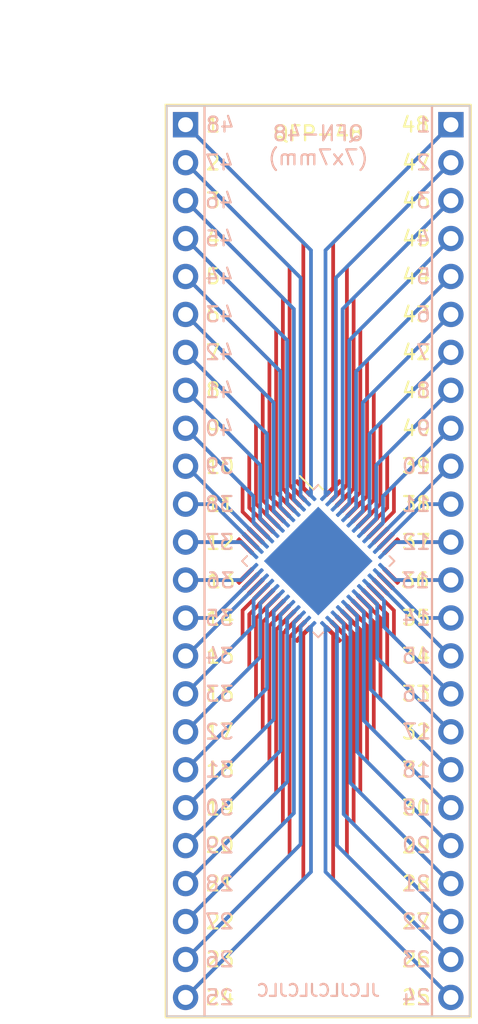
<source format=kicad_pcb>
(kicad_pcb (version 20221018) (generator pcbnew)
  (layers (0 "F.Cu" signal) (31 "B.Cu" signal) (34 "B.Paste" user) (35 "F.Paste" user) (36 "B.SilkS" user "B.Silkscreen") (37 "F.SilkS" user "F.Silkscreen") (38 "B.Mask" user) (39 "F.Mask" user) (44 "Edge.Cuts" user))
  (net 0 "")
  (net 1 "1")
  (net 2 "2")
  (net 3 "3")
  (net 4 "4")
  (net 5 "5")
  (net 6 "6")
  (net 7 "7")
  (net 8 "8")
  (net 9 "9")
  (net 10 "10")
  (net 11 "11")
  (net 12 "12")
  (net 13 "13")
  (net 14 "14")
  (net 15 "15")
  (net 16 "16")
  (net 17 "17")
  (net 18 "18")
  (net 19 "19")
  (net 20 "20")
  (net 21 "21")
  (net 22 "22")
  (net 23 "23")
  (net 24 "24")
  (net 25 "48")
  (net 26 "47")
  (net 27 "46")
  (net 28 "45")
  (net 29 "44")
  (net 30 "43")
  (net 31 "42")
  (net 32 "41")
  (net 33 "40")
  (net 34 "39")
  (net 35 "38")
  (net 36 "37")
  (net 37 "36")
  (net 38 "35")
  (net 39 "34")
  (net 40 "33")
  (net 41 "32")
  (net 42 "31")
  (net 43 "30")
  (net 44 "29")
  (net 45 "28")
  (net 46 "27")
  (net 47 "26")
  (net 48 "25")
  (footprint "Package_QFP:LQFP-48-1EP_7x7mm_P0.5mm_EP3.6x3.6mm" (layer "F.Cu") (at 99.06 55.88 -45)
    (fp_text reference "J3" hide)
    (fp_text value "Conn_02x24_Counter_Clockwise" hide)
    (fp_line (start -3.61 -3.61) (end -3.61 -3.16) (stroke (width 0.12)) (layer "F.SilkS"))
    (fp_line (start -3.61 -3.16) (end -4.9 -3.16) (stroke (width 0.12)) (layer "F.SilkS"))
    (fp_line (start -3.61 3.61) (end -3.61 3.16) (stroke (width 0.12)) (layer "F.SilkS"))
    (fp_line (start -3.16 -3.61) (end -3.61 -3.61) (stroke (width 0.12)) (layer "F.SilkS"))
    (fp_line (start -3.16 3.61) (end -3.61 3.61) (stroke (width 0.12)) (layer "F.SilkS"))
    (fp_line (start 3.16 -3.61) (end 3.61 -3.61) (stroke (width 0.12)) (layer "F.SilkS"))
    (fp_line (start 3.16 3.61) (end 3.61 3.61) (stroke (width 0.12)) (layer "F.SilkS"))
    (fp_line (start 3.61 -3.61) (end 3.61 -3.16) (stroke (width 0.12)) (layer "F.SilkS"))
    (fp_line (start 3.61 3.61) (end 3.61 3.16) (stroke (width 0.12)) (layer "F.SilkS"))
    (pad "1" smd roundrect (at -4.1625 -2.75 315) (size 1.475 0.3) (layers "F.Cu" "F.Paste" "F.Mask") (net 1 "1"))
    (pad "2" smd roundrect (at -4.1625 -2.25 315) (size 1.475 0.3) (layers "F.Cu" "F.Paste" "F.Mask") (net 2 "2"))
    (pad "3" smd roundrect (at -4.1625 -1.75 315) (size 1.475 0.3) (layers "F.Cu" "F.Paste" "F.Mask") (net 3 "3"))
    (pad "4" smd roundrect (at -4.1625 -1.25 315) (size 1.475 0.3) (layers "F.Cu" "F.Paste" "F.Mask") (net 4 "4"))
    (pad "5" smd roundrect (at -4.1625 -0.75 315) (size 1.475 0.3) (layers "F.Cu" "F.Paste" "F.Mask") (net 5 "5"))
    (pad "6" smd roundrect (at -4.1625 -0.25 315) (size 1.475 0.3) (layers "F.Cu" "F.Paste" "F.Mask") (net 6 "6"))
    (pad "7" smd roundrect (at -4.1625 0.25 315) (size 1.475 0.3) (layers "F.Cu" "F.Paste" "F.Mask") (net 7 "7"))
    (pad "8" smd roundrect (at -4.1625 0.75 315) (size 1.475 0.3) (layers "F.Cu" "F.Paste" "F.Mask") (net 8 "8"))
    (pad "9" smd roundrect (at -4.1625 1.25 315) (size 1.475 0.3) (layers "F.Cu" "F.Paste" "F.Mask") (net 9 "9"))
    (pad "10" smd roundrect (at -4.1625 1.75 315) (size 1.475 0.3) (layers "F.Cu" "F.Paste" "F.Mask") (net 10 "10"))
    (pad "11" smd roundrect (at -4.1625 2.25 315) (size 1.475 0.3) (layers "F.Cu" "F.Paste" "F.Mask") (net 11 "11"))
    (pad "12" smd roundrect (at -4.1625 2.75 315) (size 1.475 0.3) (layers "F.Cu" "F.Paste" "F.Mask") (net 12 "12"))
    (pad "13" smd roundrect (at -2.75 4.1625 315) (size 0.3 1.475) (layers "F.Cu" "F.Paste" "F.Mask") (net 13 "13"))
    (pad "14" smd roundrect (at -2.25 4.1625 315) (size 0.3 1.475) (layers "F.Cu" "F.Paste" "F.Mask") (net 14 "14"))
    (pad "15" smd roundrect (at -1.75 4.1625 315) (size 0.3 1.475) (layers "F.Cu" "F.Paste" "F.Mask") (net 15 "15"))
    (pad "16" smd roundrect (at -1.25 4.1625 315) (size 0.3 1.475) (layers "F.Cu" "F.Paste" "F.Mask") (net 16 "16"))
    (pad "17" smd roundrect (at -0.75 4.1625 315) (size 0.3 1.475) (layers "F.Cu" "F.Paste" "F.Mask") (net 17 "17"))
    (pad "18" smd roundrect (at -0.25 4.1625 315) (size 0.3 1.475) (layers "F.Cu" "F.Paste" "F.Mask") (net 18 "18"))
    (pad "19" smd roundrect (at 0.25 4.1625 315) (size 0.3 1.475) (layers "F.Cu" "F.Paste" "F.Mask") (net 19 "19"))
    (pad "20" smd roundrect (at 0.75 4.1625 315) (size 0.3 1.475) (layers "F.Cu" "F.Paste" "F.Mask") (net 20 "20"))
    (pad "21" smd roundrect (at 1.25 4.1625 315) (size 0.3 1.475) (layers "F.Cu" "F.Paste" "F.Mask") (net 21 "21"))
    (pad "22" smd roundrect (at 1.75 4.1625 315) (size 0.3 1.475) (layers "F.Cu" "F.Paste" "F.Mask") (net 22 "22"))
    (pad "23" smd roundrect (at 2.25 4.1625 315) (size 0.3 1.475) (layers "F.Cu" "F.Paste" "F.Mask") (net 23 "23"))
    (pad "24" smd roundrect (at 2.75 4.1625 315) (size 0.3 1.475) (layers "F.Cu" "F.Paste" "F.Mask") (net 24 "24"))
    (pad "25" smd roundrect (at 4.1625 2.75 315) (size 1.475 0.3) (layers "F.Cu" "F.Paste" "F.Mask") (net 48 "25"))
    (pad "26" smd roundrect (at 4.1625 2.25 315) (size 1.475 0.3) (layers "F.Cu" "F.Paste" "F.Mask") (net 47 "26"))
    (pad "27" smd roundrect (at 4.1625 1.75 315) (size 1.475 0.3) (layers "F.Cu" "F.Paste" "F.Mask") (net 46 "27"))
    (pad "28" smd roundrect (at 4.1625 1.25 315) (size 1.475 0.3) (layers "F.Cu" "F.Paste" "F.Mask") (net 45 "28"))
    (pad "29" smd roundrect (at 4.1625 0.75 315) (size 1.475 0.3) (layers "F.Cu" "F.Paste" "F.Mask") (net 44 "29"))
    (pad "30" smd roundrect (at 4.1625 0.25 315) (size 1.475 0.3) (layers "F.Cu" "F.Paste" "F.Mask") (net 43 "30"))
    (pad "31" smd roundrect (at 4.1625 -0.25 315) (size 1.475 0.3) (layers "F.Cu" "F.Paste" "F.Mask") (net 42 "31"))
    (pad "32" smd roundrect (at 4.1625 -0.75 315) (size 1.475 0.3) (layers "F.Cu" "F.Paste" "F.Mask") (net 41 "32"))
    (pad "33" smd roundrect (at 4.1625 -1.25 315) (size 1.475 0.3) (layers "F.Cu" "F.Paste" "F.Mask") (net 40 "33"))
    (pad "34" smd roundrect (at 4.1625 -1.75 315) (size 1.475 0.3) (layers "F.Cu" "F.Paste" "F.Mask") (net 39 "34"))
    (pad "35" smd roundrect (at 4.1625 -2.25 315) (size 1.475 0.3) (layers "F.Cu" "F.Paste" "F.Mask") (net 38 "35"))
    (pad "36" smd roundrect (at 4.1625 -2.75 315) (size 1.475 0.3) (layers "F.Cu" "F.Paste" "F.Mask") (net 37 "36"))
    (pad "37" smd roundrect (at 2.75 -4.1625 315) (size 0.3 1.475) (layers "F.Cu" "F.Paste" "F.Mask") (net 36 "37"))
    (pad "38" smd roundrect (at 2.25 -4.1625 315) (size 0.3 1.475) (layers "F.Cu" "F.Paste" "F.Mask") (net 35 "38"))
    (pad "39" smd roundrect (at 1.75 -4.1625 315) (size 0.3 1.475) (layers "F.Cu" "F.Paste" "F.Mask") (net 34 "39"))
    (pad "40" smd roundrect (at 1.25 -4.1625 315) (size 0.3 1.475) (layers "F.Cu" "F.Paste" "F.Mask") (net 33 "40"))
    (pad "41" smd roundrect (at 0.75 -4.1625 315) (size 0.3 1.475) (layers "F.Cu" "F.Paste" "F.Mask") (net 32 "41"))
    (pad "42" smd roundrect (at 0.25 -4.1625 315) (size 0.3 1.475) (layers "F.Cu" "F.Paste" "F.Mask") (net 31 "42"))
    (pad "43" smd roundrect (at -0.25 -4.1625 315) (size 0.3 1.475) (layers "F.Cu" "F.Paste" "F.Mask") (net 30 "43"))
    (pad "44" smd roundrect (at -0.75 -4.1625 315) (size 0.3 1.475) (layers "F.Cu" "F.Paste" "F.Mask") (net 29 "44"))
    (pad "45" smd roundrect (at -1.25 -4.1625 315) (size 0.3 1.475) (layers "F.Cu" "F.Paste" "F.Mask") (net 28 "45"))
    (pad "46" smd roundrect (at -1.75 -4.1625 315) (size 0.3 1.475) (layers "F.Cu" "F.Paste" "F.Mask") (net 27 "46"))
    (pad "47" smd roundrect (at -2.25 -4.1625 315) (size 0.3 1.475) (layers "F.Cu" "F.Paste" "F.Mask") (net 26 "47"))
    (pad "48" smd roundrect (at -2.75 -4.1625 315) (size 0.3 1.475) (layers "F.Cu" "F.Paste" "F.Mask") (net 25 "48"))
    (pad "49" smd rect (at 0 0 315) (size 3.6 3.6) (layers "F.Cu" "F.Mask"))
  )
  (footprint "Custom:PinHeader_1x24_P2.54mm_Vertical_no_silk" (layer "F.Cu") (at 90.17 26.67)
    (fp_text reference "J1" hide)
    (fp_text value "Conn_01x24" hide)
    (pad "1" thru_hole rect (at 0 0) (size 1.7 1.7) (drill 1) (layers "*.Cu" "*.Mask") (net 1 "1"))
    (pad "2" thru_hole oval (at 0 2.54) (size 1.7 1.7) (drill 1) (layers "*.Cu" "*.Mask") (net 2 "2"))
    (pad "3" thru_hole oval (at 0 5.08) (size 1.7 1.7) (drill 1) (layers "*.Cu" "*.Mask") (net 3 "3"))
    (pad "4" thru_hole oval (at 0 7.62) (size 1.7 1.7) (drill 1) (layers "*.Cu" "*.Mask") (net 4 "4"))
    (pad "5" thru_hole oval (at 0 10.16) (size 1.7 1.7) (drill 1) (layers "*.Cu" "*.Mask") (net 5 "5"))
    (pad "6" thru_hole oval (at 0 12.7) (size 1.7 1.7) (drill 1) (layers "*.Cu" "*.Mask") (net 6 "6"))
    (pad "7" thru_hole oval (at 0 15.24) (size 1.7 1.7) (drill 1) (layers "*.Cu" "*.Mask") (net 7 "7"))
    (pad "8" thru_hole oval (at 0 17.78) (size 1.7 1.7) (drill 1) (layers "*.Cu" "*.Mask") (net 8 "8"))
    (pad "9" thru_hole oval (at 0 20.32) (size 1.7 1.7) (drill 1) (layers "*.Cu" "*.Mask") (net 9 "9"))
    (pad "10" thru_hole oval (at 0 22.86) (size 1.7 1.7) (drill 1) (layers "*.Cu" "*.Mask") (net 10 "10"))
    (pad "11" thru_hole oval (at 0 25.4) (size 1.7 1.7) (drill 1) (layers "*.Cu" "*.Mask") (net 11 "11"))
    (pad "12" thru_hole oval (at 0 27.94) (size 1.7 1.7) (drill 1) (layers "*.Cu" "*.Mask") (net 12 "12"))
    (pad "13" thru_hole oval (at 0 30.48) (size 1.7 1.7) (drill 1) (layers "*.Cu" "*.Mask") (net 13 "13"))
    (pad "14" thru_hole oval (at 0 33.02) (size 1.7 1.7) (drill 1) (layers "*.Cu" "*.Mask") (net 14 "14"))
    (pad "15" thru_hole oval (at 0 35.56) (size 1.7 1.7) (drill 1) (layers "*.Cu" "*.Mask") (net 15 "15"))
    (pad "16" thru_hole oval (at 0 38.1) (size 1.7 1.7) (drill 1) (layers "*.Cu" "*.Mask") (net 16 "16"))
    (pad "17" thru_hole oval (at 0 40.64) (size 1.7 1.7) (drill 1) (layers "*.Cu" "*.Mask") (net 17 "17"))
    (pad "18" thru_hole oval (at 0 43.18) (size 1.7 1.7) (drill 1) (layers "*.Cu" "*.Mask") (net 18 "18"))
    (pad "19" thru_hole oval (at 0 45.72) (size 1.7 1.7) (drill 1) (layers "*.Cu" "*.Mask") (net 19 "19"))
    (pad "20" thru_hole oval (at 0 48.26) (size 1.7 1.7) (drill 1) (layers "*.Cu" "*.Mask") (net 20 "20"))
    (pad "21" thru_hole oval (at 0 50.8) (size 1.7 1.7) (drill 1) (layers "*.Cu" "*.Mask") (net 21 "21"))
    (pad "22" thru_hole oval (at 0 53.34) (size 1.7 1.7) (drill 1) (layers "*.Cu" "*.Mask") (net 22 "22"))
    (pad "23" thru_hole oval (at 0 55.88) (size 1.7 1.7) (drill 1) (layers "*.Cu" "*.Mask") (net 23 "23"))
    (pad "24" thru_hole oval (at 0 58.42) (size 1.7 1.7) (drill 1) (layers "*.Cu" "*.Mask") (net 24 "24"))
  )
  (footprint "Custom:PinHeader_1x24_P2.54mm_Vertical_no_silk" (layer "F.Cu") (at 107.95 26.67)
    (fp_text reference "J2" hide)
    (fp_text value "Conn_01x24" hide)
    (pad "1" thru_hole rect (at 0 0) (size 1.7 1.7) (drill 1) (layers "*.Cu" "*.Mask") (net 25 "48"))
    (pad "2" thru_hole oval (at 0 2.54) (size 1.7 1.7) (drill 1) (layers "*.Cu" "*.Mask") (net 26 "47"))
    (pad "3" thru_hole oval (at 0 5.08) (size 1.7 1.7) (drill 1) (layers "*.Cu" "*.Mask") (net 27 "46"))
    (pad "4" thru_hole oval (at 0 7.62) (size 1.7 1.7) (drill 1) (layers "*.Cu" "*.Mask") (net 28 "45"))
    (pad "5" thru_hole oval (at 0 10.16) (size 1.7 1.7) (drill 1) (layers "*.Cu" "*.Mask") (net 29 "44"))
    (pad "6" thru_hole oval (at 0 12.7) (size 1.7 1.7) (drill 1) (layers "*.Cu" "*.Mask") (net 30 "43"))
    (pad "7" thru_hole oval (at 0 15.24) (size 1.7 1.7) (drill 1) (layers "*.Cu" "*.Mask") (net 31 "42"))
    (pad "8" thru_hole oval (at 0 17.78) (size 1.7 1.7) (drill 1) (layers "*.Cu" "*.Mask") (net 32 "41"))
    (pad "9" thru_hole oval (at 0 20.32) (size 1.7 1.7) (drill 1) (layers "*.Cu" "*.Mask") (net 33 "40"))
    (pad "10" thru_hole oval (at 0 22.86) (size 1.7 1.7) (drill 1) (layers "*.Cu" "*.Mask") (net 34 "39"))
    (pad "11" thru_hole oval (at 0 25.4) (size 1.7 1.7) (drill 1) (layers "*.Cu" "*.Mask") (net 35 "38"))
    (pad "12" thru_hole oval (at 0 27.94) (size 1.7 1.7) (drill 1) (layers "*.Cu" "*.Mask") (net 36 "37"))
    (pad "13" thru_hole oval (at 0 30.48) (size 1.7 1.7) (drill 1) (layers "*.Cu" "*.Mask") (net 37 "36"))
    (pad "14" thru_hole oval (at 0 33.02) (size 1.7 1.7) (drill 1) (layers "*.Cu" "*.Mask") (net 38 "35"))
    (pad "15" thru_hole oval (at 0 35.56) (size 1.7 1.7) (drill 1) (layers "*.Cu" "*.Mask") (net 39 "34"))
    (pad "16" thru_hole oval (at 0 38.1) (size 1.7 1.7) (drill 1) (layers "*.Cu" "*.Mask") (net 40 "33"))
    (pad "17" thru_hole oval (at 0 40.64) (size 1.7 1.7) (drill 1) (layers "*.Cu" "*.Mask") (net 41 "32"))
    (pad "18" thru_hole oval (at 0 43.18) (size 1.7 1.7) (drill 1) (layers "*.Cu" "*.Mask") (net 42 "31"))
    (pad "19" thru_hole oval (at 0 45.72) (size 1.7 1.7) (drill 1) (layers "*.Cu" "*.Mask") (net 43 "30"))
    (pad "20" thru_hole oval (at 0 48.26) (size 1.7 1.7) (drill 1) (layers "*.Cu" "*.Mask") (net 44 "29"))
    (pad "21" thru_hole oval (at 0 50.8) (size 1.7 1.7) (drill 1) (layers "*.Cu" "*.Mask") (net 45 "28"))
    (pad "22" thru_hole oval (at 0 53.34) (size 1.7 1.7) (drill 1) (layers "*.Cu" "*.Mask") (net 46 "27"))
    (pad "23" thru_hole oval (at 0 55.88) (size 1.7 1.7) (drill 1) (layers "*.Cu" "*.Mask") (net 47 "26"))
    (pad "24" thru_hole oval (at 0 58.42) (size 1.7 1.7) (drill 1) (layers "*.Cu" "*.Mask") (net 48 "25"))
  )
  (footprint "Package_DFN_QFN:QFN-48-1EP_7x7mm_P0.5mm_EP5.15x5.15mm" (layer "B.Cu") (at 99.06 55.88 -135)
    (fp_text reference "J4" hide)
    (fp_text value "Conn_02x24_Counter_Clockwise" hide)
    (fp_line (start -3.61 -3.61) (end -3.61 -3.135) (stroke (width 0.12)) (layer "B.SilkS"))
    (fp_line (start -3.135 -3.61) (end -3.61 -3.61) (stroke (width 0.12)) (layer "B.SilkS"))
    (fp_line (start -3.135 3.61) (end -3.61 3.61) (stroke (width 0.12)) (layer "B.SilkS"))
    (fp_line (start 3.135 -3.61) (end 3.61 -3.61) (stroke (width 0.12)) (layer "B.SilkS"))
    (fp_line (start 3.135 3.61) (end 3.61 3.61) (stroke (width 0.12)) (layer "B.SilkS"))
    (fp_line (start 3.61 -3.61) (end 3.61 -3.135) (stroke (width 0.12)) (layer "B.SilkS"))
    (fp_line (start 3.61 3.61) (end 3.61 3.135) (stroke (width 0.12)) (layer "B.SilkS"))
    (pad "1" smd roundrect (at -3.4375 2.75 225) (size 0.875 0.25) (layers "B.Cu" "B.Paste" "B.Mask") (net 25 "48"))
    (pad "2" smd roundrect (at -3.4375 2.25 225) (size 0.875 0.25) (layers "B.Cu" "B.Paste" "B.Mask") (net 26 "47"))
    (pad "3" smd roundrect (at -3.4375 1.75 225) (size 0.875 0.25) (layers "B.Cu" "B.Paste" "B.Mask") (net 27 "46"))
    (pad "4" smd roundrect (at -3.4375 1.25 225) (size 0.875 0.25) (layers "B.Cu" "B.Paste" "B.Mask") (net 28 "45"))
    (pad "5" smd roundrect (at -3.4375 0.75 225) (size 0.875 0.25) (layers "B.Cu" "B.Paste" "B.Mask") (net 29 "44"))
    (pad "6" smd roundrect (at -3.4375 0.25 225) (size 0.875 0.25) (layers "B.Cu" "B.Paste" "B.Mask") (net 30 "43"))
    (pad "7" smd roundrect (at -3.4375 -0.25 225) (size 0.875 0.25) (layers "B.Cu" "B.Paste" "B.Mask") (net 31 "42"))
    (pad "8" smd roundrect (at -3.4375 -0.75 225) (size 0.875 0.25) (layers "B.Cu" "B.Paste" "B.Mask") (net 32 "41"))
    (pad "9" smd roundrect (at -3.4375 -1.25 225) (size 0.875 0.25) (layers "B.Cu" "B.Paste" "B.Mask") (net 33 "40"))
    (pad "10" smd roundrect (at -3.4375 -1.75 225) (size 0.875 0.25) (layers "B.Cu" "B.Paste" "B.Mask") (net 34 "39"))
    (pad "11" smd roundrect (at -3.4375 -2.25 225) (size 0.875 0.25) (layers "B.Cu" "B.Paste" "B.Mask") (net 35 "38"))
    (pad "12" smd roundrect (at -3.4375 -2.75 225) (size 0.875 0.25) (layers "B.Cu" "B.Paste" "B.Mask") (net 36 "37"))
    (pad "13" smd roundrect (at -2.75 -3.4375 225) (size 0.25 0.875) (layers "B.Cu" "B.Paste" "B.Mask") (net 37 "36"))
    (pad "14" smd roundrect (at -2.25 -3.4375 225) (size 0.25 0.875) (layers "B.Cu" "B.Paste" "B.Mask") (net 38 "35"))
    (pad "15" smd roundrect (at -1.75 -3.4375 225) (size 0.25 0.875) (layers "B.Cu" "B.Paste" "B.Mask") (net 39 "34"))
    (pad "16" smd roundrect (at -1.25 -3.4375 225) (size 0.25 0.875) (layers "B.Cu" "B.Paste" "B.Mask") (net 40 "33"))
    (pad "17" smd roundrect (at -0.75 -3.4375 225) (size 0.25 0.875) (layers "B.Cu" "B.Paste" "B.Mask") (net 41 "32"))
    (pad "18" smd roundrect (at -0.25 -3.4375 225) (size 0.25 0.875) (layers "B.Cu" "B.Paste" "B.Mask") (net 42 "31"))
    (pad "19" smd roundrect (at 0.25 -3.4375 225) (size 0.25 0.875) (layers "B.Cu" "B.Paste" "B.Mask") (net 43 "30"))
    (pad "20" smd roundrect (at 0.75 -3.4375 225) (size 0.25 0.875) (layers "B.Cu" "B.Paste" "B.Mask") (net 44 "29"))
    (pad "21" smd roundrect (at 1.25 -3.4375 225) (size 0.25 0.875) (layers "B.Cu" "B.Paste" "B.Mask") (net 45 "28"))
    (pad "22" smd roundrect (at 1.75 -3.4375 225) (size 0.25 0.875) (layers "B.Cu" "B.Paste" "B.Mask") (net 46 "27"))
    (pad "23" smd roundrect (at 2.25 -3.4375 225) (size 0.25 0.875) (layers "B.Cu" "B.Paste" "B.Mask") (net 47 "26"))
    (pad "24" smd roundrect (at 2.75 -3.4375 225) (size 0.25 0.875) (layers "B.Cu" "B.Paste" "B.Mask") (net 48 "25"))
    (pad "25" smd roundrect (at 3.4375 -2.75 225) (size 0.875 0.25) (layers "B.Cu" "B.Paste" "B.Mask") (net 24 "24"))
    (pad "26" smd roundrect (at 3.4375 -2.25 225) (size 0.875 0.25) (layers "B.Cu" "B.Paste" "B.Mask") (net 23 "23"))
    (pad "27" smd roundrect (at 3.4375 -1.75 225) (size 0.875 0.25) (layers "B.Cu" "B.Paste" "B.Mask") (net 22 "22"))
    (pad "28" smd roundrect (at 3.4375 -1.25 225) (size 0.875 0.25) (layers "B.Cu" "B.Paste" "B.Mask") (net 21 "21"))
    (pad "29" smd roundrect (at 3.4375 -0.75 225) (size 0.875 0.25) (layers "B.Cu" "B.Paste" "B.Mask") (net 20 "20"))
    (pad "30" smd roundrect (at 3.4375 -0.25 225) (size 0.875 0.25) (layers "B.Cu" "B.Paste" "B.Mask") (net 19 "19"))
    (pad "31" smd roundrect (at 3.4375 0.25 225) (size 0.875 0.25) (layers "B.Cu" "B.Paste" "B.Mask") (net 18 "18"))
    (pad "32" smd roundrect (at 3.4375 0.75 225) (size 0.875 0.25) (layers "B.Cu" "B.Paste" "B.Mask") (net 17 "17"))
    (pad "33" smd roundrect (at 3.4375 1.25 225) (size 0.875 0.25) (layers "B.Cu" "B.Paste" "B.Mask") (net 16 "16"))
    (pad "34" smd roundrect (at 3.4375 1.75 225) (size 0.875 0.25) (layers "B.Cu" "B.Paste" "B.Mask") (net 15 "15"))
    (pad "35" smd roundrect (at 3.4375 2.25 225) (size 0.875 0.25) (layers "B.Cu" "B.Paste" "B.Mask") (net 14 "14"))
    (pad "36" smd roundrect (at 3.4375 2.75 225) (size 0.875 0.25) (layers "B.Cu" "B.Paste" "B.Mask") (net 13 "13"))
    (pad "37" smd roundrect (at 2.75 3.4375 225) (size 0.25 0.875) (layers "B.Cu" "B.Paste" "B.Mask") (net 12 "12"))
    (pad "38" smd roundrect (at 2.25 3.4375 225) (size 0.25 0.875) (layers "B.Cu" "B.Paste" "B.Mask") (net 11 "11"))
    (pad "39" smd roundrect (at 1.75 3.4375 225) (size 0.25 0.875) (layers "B.Cu" "B.Paste" "B.Mask") (net 10 "10"))
    (pad "40" smd roundrect (at 1.25 3.4375 225) (size 0.25 0.875) (layers "B.Cu" "B.Paste" "B.Mask") (net 9 "9"))
    (pad "41" smd roundrect (at 0.75 3.4375 225) (size 0.25 0.875) (layers "B.Cu" "B.Paste" "B.Mask") (net 8 "8"))
    (pad "42" smd roundrect (at 0.25 3.4375 225) (size 0.25 0.875) (layers "B.Cu" "B.Paste" "B.Mask") (net 7 "7"))
    (pad "43" smd roundrect (at -0.25 3.4375 225) (size 0.25 0.875) (layers "B.Cu" "B.Paste" "B.Mask") (net 6 "6"))
    (pad "44" smd roundrect (at -0.75 3.4375 225) (size 0.25 0.875) (layers "B.Cu" "B.Paste" "B.Mask") (net 5 "5"))
    (pad "45" smd roundrect (at -1.25 3.4375 225) (size 0.25 0.875) (layers "B.Cu" "B.Paste" "B.Mask") (net 4 "4"))
    (pad "46" smd roundrect (at -1.75 3.4375 225) (size 0.25 0.875) (layers "B.Cu" "B.Paste" "B.Mask") (net 3 "3"))
    (pad "47" smd roundrect (at -2.25 3.4375 225) (size 0.25 0.875) (layers "B.Cu" "B.Paste" "B.Mask") (net 2 "2"))
    (pad "48" smd roundrect (at -2.75 3.4375 225) (size 0.25 0.875) (layers "B.Cu" "B.Paste" "B.Mask") (net 1 "1"))
    (pad "49" smd rect (at 0 0 225) (size 5.15 5.15) (layers "B.Cu" "B.Mask"))
  )
  (gr_rect (start 88.9 25.4) (end 109.22 86.36) (stroke (width 0.15)) (fill none) (layer "B.SilkS"))
  (gr_line (start 91.44 25.4) (end 91.44 86.36) (stroke (width 0.15)) (layer "B.SilkS"))
  (gr_line (start 106.68 25.4) (end 106.68 86.36) (stroke (width 0.15)) (layer "B.SilkS"))
  (gr_line (start 91.44 25.4) (end 91.44 86.36) (stroke (width 0.15)) (layer "F.SilkS"))
  (gr_line (start 106.68 25.4) (end 106.68 86.36) (stroke (width 0.15)) (layer "F.SilkS"))
  (gr_rect (start 88.84 25.34) (end 109.28 86.42) (stroke (width 0.15)) (fill none) (layer "F.SilkS"))
  (gr_rect (start 88.9 25.4) (end 109.22 86.36) (stroke (width 0.1)) (fill none) (layer "Edge.Cuts"))
  (gr_text "48" (at 91.44 26.67) (layer "B.SilkS") (effects (font (size 1 1)) (justify right mirror)))
  (gr_text "15" (at 106.68 62.23) (layer "B.SilkS") (effects (font (size 1 1)) (justify left mirror)))
  (gr_text "11" (at 106.68 52.07) (layer "B.SilkS") (effects (font (size 1 1)) (justify left mirror)))
  (gr_text "23" (at 106.68 82.55) (layer "B.SilkS") (effects (font (size 1 1)) (justify left mirror)))
  (gr_text "22" (at 106.68 80.01) (layer "B.SilkS") (effects (font (size 1 1)) (justify left mirror)))
  (gr_text "21" (at 106.68 77.47) (layer "B.SilkS") (effects (font (size 1 1)) (justify left mirror)))
  (gr_text "8" (at 106.68 44.45) (layer "B.SilkS") (effects (font (size 1 1)) (justify left mirror)))
  (gr_text "18" (at 106.68 69.85) (layer "B.SilkS") (effects (font (size 1 1)) (justify left mirror)))
  (gr_text "46" (at 91.38 31.75) (layer "B.SilkS") (effects (font (size 1 1)) (justify right mirror)))
  (gr_text "24" (at 106.68 85.09) (layer "B.SilkS") (effects (font (size 1 1)) (justify left mirror)))
  (gr_text "25" (at 91.38 85.09) (layer "B.SilkS") (effects (font (size 1 1)) (justify right mirror)))
  (gr_text "4" (at 106.68 34.29) (layer "B.SilkS") (effects (font (size 1 1)) (justify left mirror)))
  (gr_text "5" (at 106.68 36.83) (layer "B.SilkS") (effects (font (size 1 1)) (justify left mirror)))
  (gr_text "14" (at 106.68 59.69) (layer "B.SilkS") (effects (font (size 1 1)) (justify left mirror)))
  (gr_text "34" (at 91.38 62.23) (layer "B.SilkS") (effects (font (size 1 1)) (justify right mirror)))
  (gr_text "JLCJLCJLCJLC" (at 99.06 85.09) (layer "B.SilkS") (effects (font (size 0.8 0.8)) (justify bottom mirror)))
  (gr_text "26" (at 91.38 82.55) (layer "B.SilkS") (effects (font (size 1 1)) (justify right mirror)))
  (gr_text "36" (at 91.44 57.18) (layer "B.SilkS") (effects (font (size 1 1)) (justify right mirror)))
  (gr_text "47" (at 91.38 29.21) (layer "B.SilkS") (effects (font (size 1 1)) (justify right mirror)))
  (gr_text "10" (at 106.68 49.53) (layer "B.SilkS") (effects (font (size 1 1)) (justify left mirror)))
  (gr_text "19" (at 106.68 72.39) (layer "B.SilkS") (effects (font (size 1 1)) (justify left mirror)))
  (gr_text "35" (at 91.38 59.69) (layer "B.SilkS") (effects (font (size 1 1)) (justify right mirror)))
  (gr_text "38" (at 91.38 52.07) (layer "B.SilkS") (effects (font (size 1 1)) (justify right mirror)))
  (gr_text "12" (at 106.68 54.61) (layer "B.SilkS") (effects (font (size 1 1)) (justify left mirror)))
  (gr_text "16" (at 106.68 64.77) (layer "B.SilkS") (effects (font (size 1 1)) (justify left mirror)))
  (gr_text "2" (at 106.68 29.21) (layer "B.SilkS") (effects (font (size 1 1)) (justify left mirror)))
  (gr_text "39" (at 91.38 49.53) (layer "B.SilkS") (effects (font (size 1 1)) (justify right mirror)))
  (gr_text "31" (at 91.38 69.85) (layer "B.SilkS") (effects (font (size 1 1)) (justify right mirror)))
  (gr_text "40" (at 91.38 46.99) (layer "B.SilkS") (effects (font (size 1 1)) (justify right mirror)))
  (gr_text "28" (at 91.38 77.47) (layer "B.SilkS") (effects (font (size 1 1)) (justify right mirror)))
  (gr_text "43" (at 91.38 39.37) (layer "B.SilkS") (effects (font (size 1 1)) (justify right mirror)))
  (gr_text "42" (at 91.38 41.91) (layer "B.SilkS") (effects (font (size 1 1)) (justify right mirror)))
  (gr_text "1" (at 106.68 26.67) (layer "B.SilkS") (effects (font (size 1 1)) (justify left mirror)))
  (gr_text "30" (at 91.38 72.39) (layer "B.SilkS") (effects (font (size 1 1)) (justify right mirror)))
  (gr_text "17" (at 106.725163 67.292019) (layer "B.SilkS") (effects (font (size 1 1)) (justify left mirror)))
  (gr_text "QFN-48\n(7x7mm)" (at 99.06 26.67) (layer "B.SilkS") (effects (font (size 1 1)) (justify top mirror)))
  (gr_text "7" (at 106.68 41.91) (layer "B.SilkS") (effects (font (size 1 1)) (justify left mirror)))
  (gr_text "29" (at 91.38 74.93) (layer "B.SilkS") (effects (font (size 1 1)) (justify right mirror)))
  (gr_text "44" (at 91.38 36.83) (layer "B.SilkS") (effects (font (size 1 1)) (justify right mirror)))
  (gr_text "3" (at 106.68 31.75) (layer "B.SilkS") (effects (font (size 1 1)) (justify left mirror)))
  (gr_text "45" (at 91.38 34.29) (layer "B.SilkS") (effects (font (size 1 1)) (justify right mirror)))
  (gr_text "6" (at 106.68 39.37) (layer "B.SilkS") (effects (font (size 1 1)) (justify left mirror)))
  (gr_text "32" (at 91.38 67.31) (layer "B.SilkS") (effects (font (size 1 1)) (justify right mirror)))
  (gr_text "41" (at 91.38 44.45) (layer "B.SilkS") (effects (font (size 1 1)) (justify right mirror)))
  (gr_text "9" (at 106.68 46.99) (layer "B.SilkS") (effects (font (size 1 1)) (justify left mirror)))
  (gr_text "37" (at 91.38 54.61) (layer "B.SilkS") (effects (font (size 1 1)) (justify right mirror)))
  (gr_text "13" (at 106.62 57.18) (layer "B.SilkS") (effects (font (size 1 1)) (justify left mirror)))
  (gr_text "27" (at 91.38 80.01) (layer "B.SilkS") (effects (font (size 1 1)) (justify right mirror)))
  (gr_text "33" (at 91.38 64.77) (layer "B.SilkS") (effects (font (size 1 1)) (justify right mirror)))
  (gr_text "20" (at 106.689594 74.894935) (layer "B.SilkS") (effects (font (size 1 1)) (justify left mirror)))
  (gr_text "20" (at 91.430406 74.894935) (layer "F.SilkS") (effects (font (size 1 1)) (justify left)))
  (gr_text "44" (at 106.68 36.83) (layer "F.SilkS") (effects (font (size 1 1)) (justify right)))
  (gr_text "21" (at 91.44 77.47) (layer "F.SilkS") (effects (font (size 1 1)) (justify left)))
  (gr_text "15" (at 91.44 62.23) (layer "F.SilkS") (effects (font (size 1 1)) (justify left)))
  (gr_text "18" (at 91.44 69.85) (layer "F.SilkS") (effects (font (size 1 1)) (justify left)))
  (gr_text "37" (at 106.68 54.61) (layer "F.SilkS") (effects (font (size 1 1)) (justify right)))
  (gr_text "24" (at 91.44 85.09) (layer "F.SilkS") (effects (font (size 1 1)) (justify left)))
  (gr_text "13" (at 91.5 57.18) (layer "F.SilkS") (effects (font (size 1 1)) (justify left)))
  (gr_text "47" (at 106.68 29.21) (layer "F.SilkS") (effects (font (size 1 1)) (justify right)))
  (gr_text "31" (at 106.68 69.85) (layer "F.SilkS") (effects (font (size 1 1)) (justify right)))
  (gr_text "1" (at 91.44 26.67) (layer "F.SilkS") (effects (font (size 1 1)) (justify left)))
  (gr_text "14" (at 91.44 59.69) (layer "F.SilkS") (effects (font (size 1 1)) (justify left)))
  (gr_text "34" (at 106.68 62.23) (layer "F.SilkS") (effects (font (size 1 1)) (justify right)))
  (gr_text "28" (at 106.68 77.47) (layer "F.SilkS") (effects (font (size 1 1)) (justify right)))
  (gr_text "42" (at 106.68 41.91) (layer "F.SilkS") (effects (font (size 1 1)) (justify right)))
  (gr_text "33" (at 106.68 64.77) (layer "F.SilkS") (effects (font (size 1 1)) (justify right)))
  (gr_text "16" (at 91.44 64.77) (layer "F.SilkS") (effects (font (size 1 1)) (justify left)))
  (gr_text "48" (at 106.62 26.67) (layer "F.SilkS") (effects (font (size 1 1)) (justify right)))
  (gr_text "43" (at 106.68 39.37) (layer "F.SilkS") (effects (font (size 1 1)) (justify right)))
  (gr_text "27" (at 106.68 80.01) (layer "F.SilkS") (effects (font (size 1 1)) (justify right)))
  (gr_text "12" (at 91.44 54.61) (layer "F.SilkS") (effects (font (size 1 1)) (justify left)))
  (gr_text "39" (at 106.68 49.53) (layer "F.SilkS") (effects (font (size 1 1)) (justify right)))
  (gr_text "22" (at 91.44 80.01) (layer "F.SilkS") (effects (font (size 1 1)) (justify left)))
  (gr_text "26" (at 106.68 82.55) (layer "F.SilkS") (effects (font (size 1 1)) (justify right)))
  (gr_text "2" (at 91.44 29.21) (layer "F.SilkS") (effects (font (size 1 1)) (justify left)))
  (gr_text "QFP-48" (at 99.06 26.67) (layer "F.SilkS") (effects (font (size 1 1)) (justify top)))
  (gr_text "45" (at 106.68 34.29) (layer "F.SilkS") (effects (font (size 1 1)) (justify right)))
  (gr_text "10" (at 91.44 49.53) (layer "F.SilkS") (effects (font (size 1 1)) (justify left)))
  (gr_text "17" (at 91.394837 67.292019) (layer "F.SilkS") (effects (font (size 1 1)) (justify left)))
  (gr_text "40" (at 106.68 46.99) (layer "F.SilkS") (effects (font (size 1 1)) (justify right)))
  (gr_text "41" (at 106.68 44.45) (layer "F.SilkS") (effects (font (size 1 1)) (justify right)))
  (gr_text "5" (at 91.44 36.83) (layer "F.SilkS") (effects (font (size 1 1)) (justify left)))
  (gr_text "11" (at 91.44 52.07) (layer "F.SilkS") (effects (font (size 1 1)) (justify left)))
  (gr_text "7" (at 91.44 41.91) (layer "F.SilkS") (effects (font (size 1 1)) (justify left)))
  (gr_text "46" (at 106.68 31.75) (layer "F.SilkS") (effects (font (size 1 1)) (justify right)))
  (gr_text "38" (at 106.68 52.07) (layer "F.SilkS") (effects (font (size 1 1)) (justify right)))
  (gr_text "4" (at 91.44 34.29) (layer "F.SilkS") (effects (font (size 1 1)) (justify left)))
  (gr_text "29" (at 106.68 74.93) (layer "F.SilkS") (effects (font (size 1 1)) (justify right)))
  (gr_text "6" (at 91.44 39.37) (layer "F.SilkS") (effects (font (size 1 1)) (justify left)))
  (gr_text "32" (at 106.68 67.31) (layer "F.SilkS") (effects (font (size 1 1)) (justify right)))
  (gr_text "30" (at 106.68 72.39) (layer "F.SilkS") (effects (font (size 1 1)) (justify right)))
  (gr_text "3" (at 91.44 31.75) (layer "F.SilkS") (effects (font (size 1 1)) (justify left)))
  (gr_text "9" (at 91.44 46.99) (layer "F.SilkS") (effects (font (size 1 1)) (justify left)))
  (gr_text "23" (at 91.44 82.55) (layer "F.SilkS") (effects (font (size 1 1)) (justify left)))
  (gr_text "8" (at 91.44 44.45) (layer "F.SilkS") (effects (font (size 1 1)) (justify left)))
  (gr_text "36" (at 106.62 57.18) (layer "F.SilkS") (effects (font (size 1 1)) (justify right)))
  (gr_text "35" (at 106.68 59.69) (layer "F.SilkS") (effects (font (size 1 1)) (justify right)))
  (gr_text "19" (at 91.44 72.39) (layer "F.SilkS") (effects (font (size 1 1)) (justify left)))
  (gr_text "25" (at 106.68 85.09) (layer "F.SilkS") (effects (font (size 1 1)) (justify right)))
  (segment (start 98.061212 50.992124) (end 98.061212 34.561212) (width 0.25) (layer "F.Cu") (net 1))
  (segment (start 98.061212 34.561212) (end 90.17 26.67) (width 0.25) (layer "F.Cu") (net 1))
  (segment (start 98.573864 51.504777) (end 98.573864 35.073864) (width 0.25) (layer "B.Cu") (net 1))
  (segment (start 98.573864 35.073864) (end 90.17 26.67) (width 0.25) (layer "B.Cu") (net 1))
  (segment (start 97.139721 50.777741) (end 97.139721 36.179721) (width 0.25) (layer "F.Cu") (net 2))
  (segment (start 97.139721 36.179721) (end 90.17 29.21) (width 0.25) (layer "F.Cu") (net 2))
  (segment (start 97.707658 51.345678) (end 97.139721 50.777741) (width 0.25) (layer "F.Cu") (net 2))
  (segment (start 97.877005 36.917005) (end 90.17 29.21) (width 0.25) (layer "B.Cu") (net 2))
  (segment (start 97.877005 51.515024) (end 97.877005 36.917005) (width 0.25) (layer "B.Cu") (net 2))
  (segment (start 98.220311 51.85833) (end 97.877005 51.515024) (width 0.25) (layer "B.Cu") (net 2))
  (segment (start 96.689721 51.034847) (end 96.689721 38.269721) (width 0.25) (layer "F.Cu") (net 3))
  (segment (start 97.354105 51.699231) (end 96.689721 51.034847) (width 0.25) (layer "F.Cu") (net 3))
  (segment (start 96.689721 38.269721) (end 90.17 31.75) (width 0.25) (layer "F.Cu") (net 3))
  (segment (start 97.427005 39.007005) (end 90.17 31.75) (width 0.25) (layer "B.Cu") (net 3))
  (segment (start 97.427005 51.772132) (end 97.427005 39.007005) (width 0.25) (layer "B.Cu") (net 3))
  (segment (start 97.866757 52.211884) (end 97.427005 51.772132) (width 0.25) (layer "B.Cu") (net 3))
  (segment (start 97.000551 52.052785) (end 96.239721 51.291955) (width 0.25) (layer "F.Cu") (net 4))
  (segment (start 96.239721 40.359721) (end 90.17 34.29) (width 0.25) (layer "F.Cu") (net 4))
  (segment (start 96.239721 51.291955) (end 96.239721 40.359721) (width 0.25) (layer "F.Cu") (net 4))
  (segment (start 90.17 34.29) (end 96.977005 41.097005) (width 0.25) (layer "B.Cu") (net 4))
  (segment (start 96.977005 41.097005) (end 96.977005 52.029238) (width 0.25) (layer "B.Cu") (net 4))
  (segment (start 96.977005 52.029238) (end 97.513204 52.565437) (width 0.25) (layer "B.Cu") (net 4))
  (segment (start 95.789721 42.449721) (end 90.17 36.83) (width 0.25) (layer "F.Cu") (net 5))
  (segment (start 95.789721 51.549061) (end 95.789721 42.449721) (width 0.25) (layer "F.Cu") (net 5))
  (segment (start 96.646998 52.406338) (end 95.789721 51.549061) (width 0.25) (layer "F.Cu") (net 5))
  (segment (start 96.52 52.279339) (end 97.159651 52.91899) (width 0.25) (layer "B.Cu") (net 5))
  (segment (start 90.17 36.83) (end 96.52 43.18) (width 0.25) (layer "B.Cu") (net 5))
  (segment (start 96.52 43.18) (end 96.52 52.279339) (width 0.25) (layer "B.Cu") (net 5))
  (segment (start 95.339721 44.539721) (end 90.17 39.37) (width 0.25) (layer "F.Cu") (net 6))
  (segment (start 96.293445 52.759891) (end 95.339721 51.806167) (width 0.25) (layer "F.Cu") (net 6))
  (segment (start 95.339721 51.806167) (end 95.339721 44.539721) (width 0.25) (layer "F.Cu") (net 6))
  (segment (start 96.07 45.27) (end 96.07 52.536447) (width 0.25) (layer "B.Cu") (net 6))
  (segment (start 90.17 39.37) (end 96.07 45.27) (width 0.25) (layer "B.Cu") (net 6))
  (segment (start 96.07 52.536447) (end 96.806097 53.272544) (width 0.25) (layer "B.Cu") (net 6))
  (segment (start 94.889721 52.063275) (end 94.889721 46.629721) (width 0.25) (layer "F.Cu") (net 7))
  (segment (start 94.889721 46.629721) (end 90.17 41.91) (width 0.25) (layer "F.Cu") (net 7))
  (segment (start 95.939891 53.113445) (end 94.889721 52.063275) (width 0.25) (layer "F.Cu") (net 7))
  (segment (start 95.62 52.793553) (end 96.452544 53.626097) (width 0.25) (layer "B.Cu") (net 7))
  (segment (start 95.62 47.36) (end 95.62 52.793553) (width 0.25) (layer "B.Cu") (net 7))
  (segment (start 90.17 41.91) (end 95.62 47.36) (width 0.25) (layer "B.Cu") (net 7))
  (segment (start 94.439721 48.719721) (end 90.17 44.45) (width 0.25) (layer "F.Cu") (net 8))
  (segment (start 95.586338 53.466998) (end 94.439721 52.320381) (width 0.25) (layer "F.Cu") (net 8))
  (segment (start 94.439721 52.320381) (end 94.439721 48.719721) (width 0.25) (layer "F.Cu") (net 8))
  (segment (start 95.17 49.45) (end 95.17 53.050661) (width 0.25) (layer "B.Cu") (net 8))
  (segment (start 90.17 44.45) (end 95.17 49.45) (width 0.25) (layer "B.Cu") (net 8))
  (segment (start 95.17 53.050661) (end 96.09899 53.979651) (width 0.25) (layer "B.Cu") (net 8))
  (segment (start 93.989721 52.577487) (end 93.989721 50.809721) (width 0.25) (layer "F.Cu") (net 9))
  (segment (start 95.232785 53.820551) (end 93.989721 52.577487) (width 0.25) (layer "F.Cu") (net 9))
  (segment (start 93.989721 50.809721) (end 90.17 46.99) (width 0.25) (layer "F.Cu") (net 9))
  (segment (start 94.72 53.307767) (end 95.745437 54.333204) (width 0.25) (layer "B.Cu") (net 9))
  (segment (start 94.72 51.54) (end 94.72 53.307767) (width 0.25) (layer "B.Cu") (net 9))
  (segment (start 90.17 46.99) (end 94.72 51.54) (width 0.25) (layer "B.Cu") (net 9))
  (segment (start 94.879231 54.174105) (end 90.235126 49.53) (width 0.25) (layer "F.Cu") (net 10))
  (segment (start 90.235126 49.53) (end 90.17 49.53) (width 0.25) (layer "F.Cu") (net 10))
  (segment (start 90.235127 49.53) (end 90.17 49.53) (width 0.25) (layer "B.Cu") (net 10))
  (segment (start 95.391884 54.686757) (end 90.235127 49.53) (width 0.25) (layer "B.Cu") (net 10))
  (segment (start 92.06802 52.07) (end 90.17 52.07) (width 0.25) (layer "F.Cu") (net 11))
  (segment (start 94.525678 54.527658) (end 92.06802 52.07) (width 0.25) (layer "F.Cu") (net 11))
  (segment (start 95.03833 55.040311) (end 92.068019 52.07) (width 0.25) (layer "B.Cu") (net 11))
  (segment (start 92.068019 52.07) (end 90.17 52.07) (width 0.25) (layer "B.Cu") (net 11))
  (segment (start 93.900912 54.61) (end 90.17 54.61) (width 0.25) (layer "F.Cu") (net 12))
  (segment (start 94.172124 54.881212) (end 93.900912 54.61) (width 0.25) (layer "F.Cu") (net 12))
  (segment (start 93.900913 54.61) (end 90.17 54.61) (width 0.25) (layer "B.Cu") (net 12))
  (segment (start 94.684777 55.393864) (end 93.900913 54.61) (width 0.25) (layer "B.Cu") (net 12))
  (segment (start 93.900912 57.15) (end 90.17 57.15) (width 0.25) (layer "F.Cu") (net 13))
  (segment (start 94.172124 56.878788) (end 93.900912 57.15) (width 0.25) (layer "F.Cu") (net 13))
  (segment (start 94.684777 56.366136) (end 93.900913 57.15) (width 0.25) (layer "B.Cu") (net 13))
  (segment (start 93.900913 57.15) (end 90.17 57.15) (width 0.25) (layer "B.Cu") (net 13))
  (segment (start 92.06802 59.69) (end 90.17 59.69) (width 0.25) (layer "F.Cu") (net 14))
  (segment (start 94.525678 57.232342) (end 92.06802 59.69) (width 0.25) (layer "F.Cu") (net 14))
  (segment (start 95.03833 56.719689) (end 92.068019 59.69) (width 0.25) (layer "B.Cu") (net 14))
  (segment (start 92.068019 59.69) (end 90.17 59.69) (width 0.25) (layer "B.Cu") (net 14))
  (segment (start 94.879231 57.585895) (end 90.235126 62.23) (width 0.25) (layer "F.Cu") (net 15))
  (segment (start 90.235126 62.23) (end 90.17 62.23) (width 0.25) (layer "F.Cu") (net 15))
  (segment (start 90.235127 62.23) (end 90.17 62.23) (width 0.25) (layer "B.Cu") (net 15))
  (segment (start 95.391884 57.073243) (end 90.235127 62.23) (width 0.25) (layer "B.Cu") (net 15))
  (segment (start 93.989721 60.950279) (end 90.17 64.77) (width 0.25) (layer "F.Cu") (net 16))
  (segment (start 95.232785 57.939449) (end 93.989721 59.182513) (width 0.25) (layer "F.Cu") (net 16))
  (segment (start 93.989721 59.182513) (end 93.989721 60.950279) (width 0.25) (layer "F.Cu") (net 16))
  (segment (start 94.727005 58.445228) (end 95.745437 57.426796) (width 0.25) (layer "B.Cu") (net 16))
  (segment (start 90.17 64.77) (end 94.727005 60.212995) (width 0.25) (layer "B.Cu") (net 16))
  (segment (start 94.727005 60.212995) (end 94.727005 58.445228) (width 0.25) (layer "B.Cu") (net 16))
  (segment (start 94.439721 63.040279) (end 90.17 67.31) (width 0.25) (layer "F.Cu") (net 17))
  (segment (start 95.586338 58.293002) (end 94.439721 59.439619) (width 0.25) (layer "F.Cu") (net 17))
  (segment (start 94.439721 59.439619) (end 94.439721 63.040279) (width 0.25) (layer "F.Cu") (net 17))
  (segment (start 95.177005 58.702334) (end 96.09899 57.780349) (width 0.25) (layer "B.Cu") (net 17))
  (segment (start 90.17 67.31) (end 95.177005 62.302995) (width 0.25) (layer "B.Cu") (net 17))
  (segment (start 95.177005 62.302995) (end 95.177005 58.702334) (width 0.25) (layer "B.Cu") (net 17))
  (segment (start 95.939891 58.646555) (end 94.889721 59.696725) (width 0.25) (layer "F.Cu") (net 18))
  (segment (start 94.889721 65.130279) (end 90.17 69.85) (width 0.25) (layer "F.Cu") (net 18))
  (segment (start 94.889721 59.696725) (end 94.889721 65.130279) (width 0.25) (layer "F.Cu") (net 18))
  (segment (start 90.17 69.85) (end 95.627005 64.392995) (width 0.25) (layer "B.Cu") (net 18))
  (segment (start 95.627005 64.392995) (end 95.627005 58.959442) (width 0.25) (layer "B.Cu") (net 18))
  (segment (start 95.627005 58.959442) (end 96.452544 58.133903) (width 0.25) (layer "B.Cu") (net 18))
  (segment (start 95.339721 59.953833) (end 95.339721 67.220279) (width 0.25) (layer "F.Cu") (net 19))
  (segment (start 95.339721 67.220279) (end 90.17 72.39) (width 0.25) (layer "F.Cu") (net 19))
  (segment (start 96.293445 59.000109) (end 95.339721 59.953833) (width 0.25) (layer "F.Cu") (net 19))
  (segment (start 96.077005 59.216548) (end 96.806097 58.487456) (width 0.25) (layer "B.Cu") (net 19))
  (segment (start 90.17 72.39) (end 96.077005 66.482995) (width 0.25) (layer "B.Cu") (net 19))
  (segment (start 96.077005 66.482995) (end 96.077005 59.216548) (width 0.25) (layer "B.Cu") (net 19))
  (segment (start 95.789721 60.210939) (end 95.789721 69.310279) (width 0.25) (layer "F.Cu") (net 20))
  (segment (start 95.789721 69.310279) (end 90.17 74.93) (width 0.25) (layer "F.Cu") (net 20))
  (segment (start 96.646998 59.353662) (end 95.789721 60.210939) (width 0.25) (layer "F.Cu") (net 20))
  (segment (start 97.159651 58.84101) (end 96.527005 59.473656) (width 0.25) (layer "B.Cu") (net 20))
  (segment (start 96.527005 59.473656) (end 96.527005 68.572995) (width 0.25) (layer "B.Cu") (net 20))
  (segment (start 96.527005 68.572995) (end 90.17 74.93) (width 0.25) (layer "B.Cu") (net 20))
  (segment (start 97.000551 59.707215) (end 96.239721 60.468045) (width 0.25) (layer "F.Cu") (net 21))
  (segment (start 96.239721 60.468045) (end 96.239721 71.400279) (width 0.25) (layer "F.Cu") (net 21))
  (segment (start 96.239721 71.400279) (end 90.17 77.47) (width 0.25) (layer "F.Cu") (net 21))
  (segment (start 97.513204 59.194563) (end 96.977005 59.730762) (width 0.25) (layer "B.Cu") (net 21))
  (segment (start 96.977005 59.730762) (end 96.977005 70.662995) (width 0.25) (layer "B.Cu") (net 21))
  (segment (start 96.977005 70.662995) (end 90.17 77.47) (width 0.25) (layer "B.Cu") (net 21))
  (segment (start 96.689721 60.725153) (end 96.689721 73.490279) (width 0.25) (layer "F.Cu") (net 22))
  (segment (start 97.354105 60.060769) (end 96.689721 60.725153) (width 0.25) (layer "F.Cu") (net 22))
  (segment (start 96.689721 73.490279) (end 90.17 80.01) (width 0.25) (layer "F.Cu") (net 22))
  (segment (start 97.427005 72.752995) (end 97.427005 59.987868) (width 0.25) (layer "B.Cu") (net 22))
  (segment (start 97.427005 59.987868) (end 97.866757 59.548116) (width 0.25) (layer "B.Cu") (net 22))
  (segment (start 90.17 80.01) (end 97.427005 72.752995) (width 0.25) (layer "B.Cu") (net 22))
  (segment (start 97.139721 75.580279) (end 90.17 82.55) (width 0.25) (layer "F.Cu") (net 23))
  (segment (start 97.139721 60.982259) (end 97.139721 75.580279) (width 0.25) (layer "F.Cu") (net 23))
  (segment (start 97.707658 60.414322) (end 97.139721 60.982259) (width 0.25) (layer "F.Cu") (net 23))
  (segment (start 97.877005 74.842995) (end 90.17 82.55) (width 0.25) (layer "B.Cu") (net 23))
  (segment (start 98.220311 59.90167) (end 97.877005 60.244976) (width 0.25) (layer "B.Cu") (net 23))
  (segment (start 97.877005 60.244976) (end 97.877005 74.842995) (width 0.25) (layer "B.Cu") (net 23))
  (segment (start 98.061212 60.767876) (end 98.061212 77.198788) (width 0.25) (layer "F.Cu") (net 24))
  (segment (start 98.061212 77.198788) (end 90.17 85.09) (width 0.25) (layer "F.Cu") (net 24))
  (segment (start 98.573864 76.686136) (end 98.573864 60.255223) (width 0.25) (layer "B.Cu") (net 24))
  (segment (start 90.17 85.09) (end 98.573864 76.686136) (width 0.25) (layer "B.Cu") (net 24))
  (segment (start 100.058788 50.992124) (end 100.058788 34.561212) (width 0.25) (layer "F.Cu") (net 25))
  (segment (start 100.058788 34.561212) (end 107.95 26.67) (width 0.25) (layer "F.Cu") (net 25))
  (segment (start 99.546136 51.504777) (end 99.546136 35.073864) (width 0.25) (layer "B.Cu") (net 25))
  (segment (start 99.546136 35.073864) (end 107.95 26.67) (width 0.25) (layer "B.Cu") (net 25))
  (segment (start 100.980279 50.777741) (end 100.980279 36.179721) (width 0.25) (layer "F.Cu") (net 26))
  (segment (start 100.980279 36.179721) (end 107.95 29.21) (width 0.25) (layer "F.Cu") (net 26))
  (segment (start 100.412342 51.345678) (end 100.980279 50.777741) (width 0.25) (layer "F.Cu") (net 26))
  (segment (start 100.242995 51.515024) (end 99.899689 51.85833) (width 0.25) (layer "B.Cu") (net 26))
  (segment (start 100.242995 36.917005) (end 100.242995 51.515024) (width 0.25) (layer "B.Cu") (net 26))
  (segment (start 107.95 29.21) (end 100.242995 36.917005) (width 0.25) (layer "B.Cu") (net 26))
  (segment (start 100.765895 51.699231) (end 101.430279 51.034847) (width 0.25) (layer "F.Cu") (net 27))
  (segment (start 101.430279 51.034847) (end 101.430279 38.269721) (width 0.25) (layer "F.Cu") (net 27))
  (segment (start 101.430279 38.269721) (end 107.95 31.75) (width 0.25) (layer "F.Cu") (net 27))
  (segment (start 107.95 31.75) (end 100.692995 39.007005) (width 0.25) (layer "B.Cu") (net 27))
  (segment (start 100.692995 51.772132) (end 100.253243 52.211884) (width 0.25) (layer "B.Cu") (net 27))
  (segment (start 100.692995 39.007005) (end 100.692995 51.772132) (width 0.25) (layer "B.Cu") (net 27))
  (segment (start 101.880279 40.359721) (end 107.95 34.29) (width 0.25) (layer "F.Cu") (net 28))
  (segment (start 101.119449 52.052785) (end 101.880279 51.291955) (width 0.25) (layer "F.Cu") (net 28))
  (segment (start 101.880279 51.291955) (end 101.880279 40.359721) (width 0.25) (layer "F.Cu") (net 28))
  (segment (start 101.142995 52.029238) (end 100.606796 52.565437) (width 0.25) (layer "B.Cu") (net 28))
  (segment (start 107.95 34.29) (end 101.142995 41.097005) (width 0.25) (layer "B.Cu") (net 28))
  (segment (start 101.142995 41.097005) (end 101.142995 52.029238) (width 0.25) (layer "B.Cu") (net 28))
  (segment (start 102.330279 51.549061) (end 102.330279 42.449721) (width 0.25) (layer "F.Cu") (net 29))
  (segment (start 102.330279 42.449721) (end 107.95 36.83) (width 0.25) (layer "F.Cu") (net 29))
  (segment (start 101.473002 52.406338) (end 102.330279 51.549061) (width 0.25) (layer "F.Cu") (net 29))
  (segment (start 101.6 52.279339) (end 100.960349 52.91899) (width 0.25) (layer "B.Cu") (net 29))
  (segment (start 101.6 43.18) (end 101.6 52.279339) (width 0.25) (layer "B.Cu") (net 29))
  (segment (start 107.95 36.83) (end 101.6 43.18) (width 0.25) (layer "B.Cu") (net 29))
  (segment (start 101.826555 52.759891) (end 102.780279 51.806167) (width 0.25) (layer "F.Cu") (net 30))
  (segment (start 102.780279 51.806167) (end 102.780279 44.539721) (width 0.25) (layer "F.Cu") (net 30))
  (segment (start 102.780279 44.539721) (end 107.95 39.37) (width 0.25) (layer "F.Cu") (net 30))
  (segment (start 102.05 45.27) (end 102.05 52.536447) (width 0.25) (layer "B.Cu") (net 30))
  (segment (start 107.95 39.37) (end 102.05 45.27) (width 0.25) (layer "B.Cu") (net 30))
  (segment (start 102.05 52.536447) (end 101.313903 53.272544) (width 0.25) (layer "B.Cu") (net 30))
  (segment (start 102.180109 53.113445) (end 103.230279 52.063275) (width 0.25) (layer "F.Cu") (net 31))
  (segment (start 103.230279 52.063275) (end 103.230279 46.629721) (width 0.25) (layer "F.Cu") (net 31))
  (segment (start 103.230279 46.629721) (end 107.95 41.91) (width 0.25) (layer "F.Cu") (net 31))
  (segment (start 102.5 52.793553) (end 101.667456 53.626097) (width 0.25) (layer "B.Cu") (net 31))
  (segment (start 107.95 41.91) (end 102.5 47.36) (width 0.25) (layer "B.Cu") (net 31))
  (segment (start 102.5 47.36) (end 102.5 52.793553) (width 0.25) (layer "B.Cu") (net 31))
  (segment (start 103.680279 52.320381) (end 103.680279 48.719721) (width 0.25) (layer "F.Cu") (net 32))
  (segment (start 103.680279 48.719721) (end 107.95 44.45) (width 0.25) (layer "F.Cu") (net 32))
  (segment (start 102.533662 53.466998) (end 103.680279 52.320381) (width 0.25) (layer "F.Cu") (net 32))
  (segment (start 102.95 53.050661) (end 102.02101 53.979651) (width 0.25) (layer "B.Cu") (net 32))
  (segment (start 102.95 49.45) (end 102.95 53.050661) (width 0.25) (layer "B.Cu") (net 32))
  (segment (start 107.95 44.45) (end 102.95 49.45) (width 0.25) (layer "B.Cu") (net 32))
  (segment (start 104.130279 52.577487) (end 104.130279 50.809721) (width 0.25) (layer "F.Cu") (net 33))
  (segment (start 102.887215 53.820551) (end 104.130279 52.577487) (width 0.25) (layer "F.Cu") (net 33))
  (segment (start 104.130279 50.809721) (end 107.95 46.99) (width 0.25) (layer "F.Cu") (net 33))
  (segment (start 103.4 51.54) (end 103.4 53.307767) (width 0.25) (layer "B.Cu") (net 33))
  (segment (start 107.95 46.99) (end 103.4 51.54) (width 0.25) (layer "B.Cu") (net 33))
  (segment (start 103.4 53.307767) (end 102.374563 54.333204) (width 0.25) (layer "B.Cu") (net 33))
  (segment (start 103.240769 54.174105) (end 107.884874 49.53) (width 0.25) (layer "F.Cu") (net 34))
  (segment (start 107.884874 49.53) (end 107.95 49.53) (width 0.25) (layer "F.Cu") (net 34))
  (segment (start 107.884873 49.53) (end 107.95 49.53) (width 0.25) (layer "B.Cu") (net 34))
  (segment (start 102.728116 54.686757) (end 107.884873 49.53) (width 0.25) (layer "B.Cu") (net 34))
  (segment (start 106.05198 52.07) (end 107.95 52.07) (width 0.25) (layer "F.Cu") (net 35))
  (segment (start 103.594322 54.527658) (end 106.05198 52.07) (width 0.25) (layer "F.Cu") (net 35))
  (segment (start 103.08167 55.040311) (end 106.051981 52.07) (width 0.25) (layer "B.Cu") (net 35))
  (segment (start 106.051981 52.07) (end 107.95 52.07) (width 0.25) (layer "B.Cu") (net 35))
  (segment (start 104.219088 54.61) (end 107.95 54.61) (width 0.25) (layer "F.Cu") (net 36))
  (segment (start 103.947876 54.881212) (end 104.219088 54.61) (width 0.25) (layer "F.Cu") (net 36))
  (segment (start 103.435223 55.393864) (end 104.219087 54.61) (width 0.25) (layer "B.Cu") (net 36))
  (segment (start 104.219087 54.61) (end 107.95 54.61) (width 0.25) (layer "B.Cu") (net 36))
  (segment (start 104.219088 57.15) (end 107.95 57.15) (width 0.25) (layer "F.Cu") (net 37))
  (segment (start 103.947876 56.878788) (end 104.219088 57.15) (width 0.25) (layer "F.Cu") (net 37))
  (segment (start 104.219087 57.15) (end 107.95 57.15) (width 0.25) (layer "B.Cu") (net 37))
  (segment (start 103.435223 56.366136) (end 104.219087 57.15) (width 0.25) (layer "B.Cu") (net 37))
  (segment (start 103.594322 57.232342) (end 106.05198 59.69) (width 0.25) (layer "F.Cu") (net 38))
  (segment (start 106.05198 59.69) (end 107.95 59.69) (width 0.25) (layer "F.Cu") (net 38))
  (segment (start 103.08167 56.719689) (end 106.051981 59.69) (width 0.25) (layer "B.Cu") (net 38))
  (segment (start 106.051981 59.69) (end 107.95 59.69) (width 0.25) (layer "B.Cu") (net 38))
  (segment (start 103.240769 57.585895) (end 107.884874 62.23) (width 0.25) (layer "F.Cu") (net 39))
  (segment (start 107.884874 62.23) (end 107.95 62.23) (width 0.25) (layer "F.Cu") (net 39))
  (segment (start 107.884873 62.23) (end 107.95 62.23) (width 0.25) (layer "B.Cu") (net 39))
  (segment (start 102.728116 57.073243) (end 107.884873 62.23) (width 0.25) (layer "B.Cu") (net 39))
  (segment (start 102.887215 57.939449) (end 104.130279 59.182513) (width 0.25) (layer "F.Cu") (net 40))
  (segment (start 104.130279 60.950279) (end 107.95 64.77) (width 0.25) (layer "F.Cu") (net 40))
  (segment (start 104.130279 59.182513) (end 104.130279 60.950279) (width 0.25) (layer "F.Cu") (net 40))
  (segment (start 103.463706 60.283706) (end 103.463706 58.515939) (width 0.25) (layer "B.Cu") (net 40))
  (segment (start 103.463706 58.515939) (end 102.374563 57.426796) (width 0.25) (layer "B.Cu") (net 40))
  (segment (start 107.95 64.77) (end 103.463706 60.283706) (width 0.25) (layer "B.Cu") (net 40))
  (segment (start 103.680279 63.040279) (end 103.680279 59.439619) (width 0.25) (layer "F.Cu") (net 41))
  (segment (start 107.95 67.31) (end 103.680279 63.040279) (width 0.25) (layer "F.Cu") (net 41))
  (segment (start 103.680279 59.439619) (end 102.533662 58.293002) (width 0.25) (layer "F.Cu") (net 41))
  (segment (start 103.013706 58.773045) (end 102.02101 57.780349) (width 0.25) (layer "B.Cu") (net 41))
  (segment (start 103.013706 62.373706) (end 103.013706 58.773045) (width 0.25) (layer "B.Cu") (net 41))
  (segment (start 107.95 67.31) (end 103.013706 62.373706) (width 0.25) (layer "B.Cu") (net 41))
  (segment (start 103.230279 65.130279) (end 103.230279 59.696725) (width 0.25) (layer "F.Cu") (net 42))
  (segment (start 103.230279 59.696725) (end 102.180109 58.646555) (width 0.25) (layer "F.Cu") (net 42))
  (segment (start 107.95 69.85) (end 103.230279 65.130279) (width 0.25) (layer "F.Cu") (net 42))
  (segment (start 102.563706 59.030153) (end 101.667456 58.133903) (width 0.25) (layer "B.Cu") (net 42))
  (segment (start 102.563706 64.463706) (end 102.563706 59.030153) (width 0.25) (layer "B.Cu") (net 42))
  (segment (start 107.95 69.85) (end 102.563706 64.463706) (width 0.25) (layer "B.Cu") (net 42))
  (segment (start 102.780279 59.953833) (end 101.826555 59.000109) (width 0.25) (layer "F.Cu") (net 43))
  (segment (start 102.780279 67.220279) (end 102.780279 59.953833) (width 0.25) (layer "F.Cu") (net 43))
  (segment (start 107.95 72.39) (end 102.780279 67.220279) (width 0.25) (layer "F.Cu") (net 43))
  (segment (start 102.113706 59.287259) (end 101.313903 58.487456) (width 0.25) (layer "B.Cu") (net 43))
  (segment (start 107.95 72.39) (end 102.113706 66.553706) (width 0.25) (layer "B.Cu") (net 43))
  (segment (start 102.113706 66.553706) (end 102.113706 59.287259) (width 0.25) (layer "B.Cu") (net 43))
  (segment (start 102.330279 69.310279) (end 107.95 74.93) (width 0.25) (layer "F.Cu") (net 44))
  (segment (start 101.473002 59.353662) (end 102.330279 60.210939) (width 0.25) (layer "F.Cu") (net 44))
  (segment (start 102.330279 60.210939) (end 102.330279 69.310279) (width 0.25) (layer "F.Cu") (net 44))
  (segment (start 101.663706 59.544367) (end 100.960349 58.84101) (width 0.25) (layer "B.Cu") (net 44))
  (segment (start 101.663706 68.643706) (end 101.663706 59.544367) (width 0.25) (layer "B.Cu") (net 44))
  (segment (start 107.95 74.93) (end 101.663706 68.643706) (width 0.25) (layer "B.Cu") (net 44))
  (segment (start 101.119449 59.707215) (end 101.880279 60.468045) (width 0.25) (layer "F.Cu") (net 45))
  (segment (start 101.880279 71.400279) (end 107.95 77.47) (width 0.25) (layer "F.Cu") (net 45))
  (segment (start 101.880279 60.468045) (end 101.880279 71.400279) (width 0.25) (layer "F.Cu") (net 45))
  (segment (start 107.95 77.47) (end 101.213706 70.733706) (width 0.25) (layer "B.Cu") (net 45))
  (segment (start 101.213706 70.733706) (end 101.213706 59.801473) (width 0.25) (layer "B.Cu") (net 45))
  (segment (start 101.213706 59.801473) (end 100.606796 59.194563) (width 0.25) (layer "B.Cu") (net 45))
  (segment (start 101.430279 73.490279) (end 107.95 80.01) (width 0.25) (layer "F.Cu") (net 46))
  (segment (start 100.765895 60.060769) (end 101.430279 60.725153) (width 0.25) (layer "F.Cu") (net 46))
  (segment (start 101.430279 60.725153) (end 101.430279 73.490279) (width 0.25) (layer "F.Cu") (net 46))
  (segment (start 107.95 80.01) (end 100.763706 72.823706) (width 0.25) (layer "B.Cu") (net 46))
  (segment (start 100.763706 60.058579) (end 100.253243 59.548116) (width 0.25) (layer "B.Cu") (net 46))
  (segment (start 100.763706 72.823706) (end 100.763706 60.058579) (width 0.25) (layer "B.Cu") (net 46))
  (segment (start 100.980279 60.982259) (end 100.980279 75.580279) (width 0.25) (layer "F.Cu") (net 47))
  (segment (start 100.412342 60.414322) (end 100.980279 60.982259) (width 0.25) (layer "F.Cu") (net 47))
  (segment (start 100.980279 75.580279) (end 107.95 82.55) (width 0.25) (layer "F.Cu") (net 47))
  (segment (start 100.313706 74.913706) (end 100.313706 60.315687) (width 0.25) (layer "B.Cu") (net 47))
  (segment (start 107.95 82.55) (end 100.313706 74.913706) (width 0.25) (layer "B.Cu") (net 47))
  (segment (start 100.313706 60.315687) (end 99.899689 59.90167) (width 0.25) (layer "B.Cu") (net 47))
  (segment (start 100.058788 77.198788) (end 107.95 85.09) (width 0.25) (layer "F.Cu") (net 48))
  (segment (start 100.058788 60.767876) (end 100.058788 77.198788) (width 0.25) (layer "F.Cu") (net 48))
  (segment (start 107.95 85.09) (end 99.546136 76.686136) (width 0.25) (layer "B.Cu") (net 48))
  (segment (start 99.546136 76.686136) (end 99.546136 60.255223) (width 0.25) (layer "B.Cu") (net 48))
)
</source>
